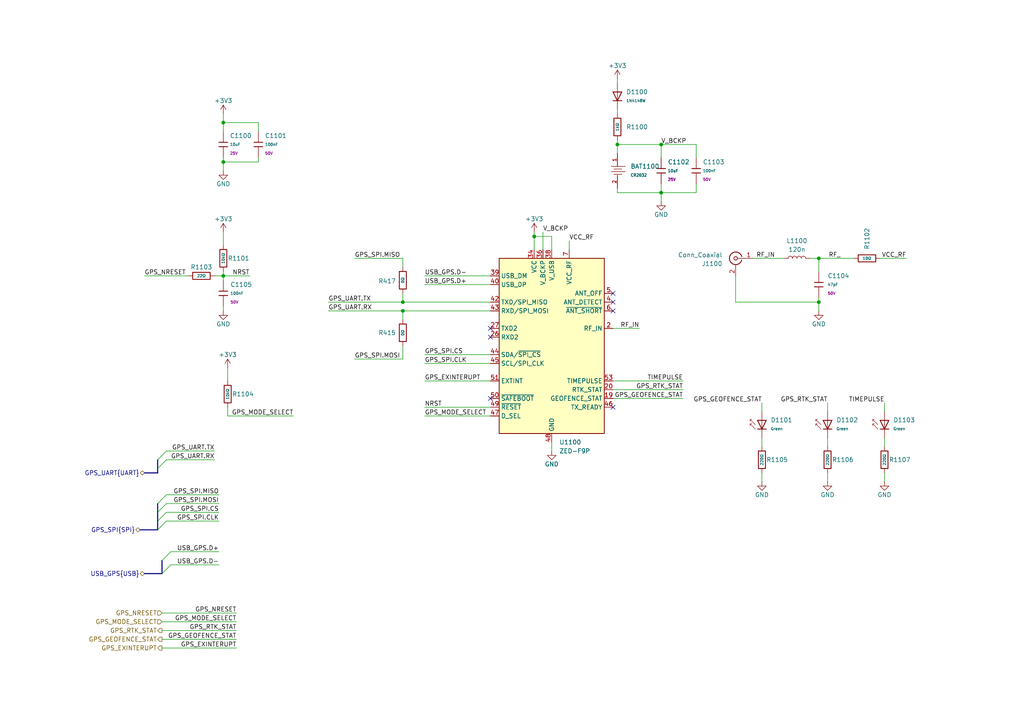
<source format=kicad_sch>
(kicad_sch (version 20250114) (generator "eeschema") (generator_version "9.0")
  (paper "A4")
  (title_block (title "ModuCard nav module") (date "2025-04-20") (rev "2.0") (comment 1 "Base project authors: Dominik Pluta, Artem Horiunov") (comment 2 "Project author: Patryk Dudziński"))
  (lib_symbols
    (symbol "0402,100nF,(2)_1" (pin_numbers (hide yes)) (pin_names (offset 0))
      (property "Reference" "C" (at 2.032 1.668 0))
      (property "Value" "100nF" (at 2.032 -0.3782 0))
      (property "Voltage Rated" "50V" (at 2.032 -2.0462 0))
      (symbol "0402,100nF,(2)_1_1_1"
        (pin passive line (at 0 3.81 270) (length 3.175) (name "~") (number "1"))
        (pin passive line (at 0 -3.81 90) (length 3.175) (name "~") (number "2"))
      )
    )
    (symbol "Connector:Conn_Coaxial" (pin_names (offset 1.016) (hide yes))
      (property "Reference" "J" (at 0.254 3.048 0))
      (property "Value" "Conn_Coaxial" (at 2.921 0 90))
      (symbol "Conn_Coaxial_1_1"
        (pin passive line (at -5.08 0 0) (length 2.54) (name "In") (number "1"))
        (pin passive line (at 0 -5.08 90) (length 2.54) (name "Ext") (number "2"))
      )
    )
    (symbol "Device:L" (pin_numbers (hide yes)) (pin_names (offset 1.016) (hide yes))
      (property "Reference" "L" (at -1.27 0 90))
      (property "Value" "L" (at 1.905 0 90))
      (symbol "L_1_1"
        (pin passive line (at 0 3.81 270) (length 1.27) (name "1") (number "1"))
        (pin passive line (at 0 -3.81 90) (length 1.27) (name "2") (number "2"))
      )
    )
    (symbol "PCM_JLCPCB-Capacitors:0402,100nF,(2)" (pin_numbers (hide yes)) (pin_names (offset 0))
      (property "Reference" "C" (at 2.032 1.668 0))
      (property "Value" "100nF" (at 2.032 -0.3782 0))
      (property "Voltage Rated" "50V" (at 2.032 -2.0462 0))
      (symbol "0402,100nF,(2)_1_1"
        (pin passive line (at 0 3.81 270) (length 3.175) (name "~") (number "1"))
        (pin passive line (at 0 -3.81 90) (length 3.175) (name "~") (number "2"))
      )
    )
    (symbol "PCM_JLCPCB-Capacitors:0402,47pF" (pin_numbers (hide yes)) (pin_names (offset 0))
      (property "Reference" "C" (at 2.032 1.668 0))
      (property "Value" "47pF" (at 2.032 -0.3782 0))
      (property "Voltage Rated" "50V" (at 2.032 -2.0462 0))
      (symbol "0402,47pF_1_1"
        (pin passive line (at 0 3.81 270) (length 3.175) (name "~") (number "1"))
        (pin passive line (at 0 -3.81 90) (length 3.175) (name "~") (number "2"))
      )
    )
    (symbol "PCM_JLCPCB-Capacitors:0603,10uF,(2)" (pin_numbers (hide yes)) (pin_names (offset 0))
      (property "Reference" "C" (at 2.032 1.668 0))
      (property "Value" "10uF" (at 2.032 -0.3782 0))
      (property "Voltage Rated" "25V" (at 2.032 -2.0462 0))
      (symbol "0603,10uF,(2)_1_1"
        (pin passive line (at 0 3.81 270) (length 3.175) (name "~") (number "1"))
        (pin passive line (at 0 -3.81 90) (length 3.175) (name "~") (number "2"))
      )
    )
    (symbol "PCM_JLCPCB-Connectors_Buttons:Battery Holder, CR2032" (pin_names (hide yes))
      (property "Reference" "BAT" (at 0 3.81 0))
      (property "Value" "CR2032" (at 0 -2.54 0))
      (symbol "Battery Holder, CR2032_0_1"
        (pin input line (at -5.08 0 0) (length 3.81) (name "1") (number "1"))
      )
      (symbol "Battery Holder, CR2032_1_1"
        (pin input line (at 5.08 0 180) (length 3.81) (name "2") (number "2"))
      )
    )
    (symbol "PCM_JLCPCB-Diodes:LED,0603,Green" (pin_numbers (hide yes)) (pin_names (offset 0))
      (property "Reference" "D" (at 2.032 0.834 0))
      (property "Value" "Green" (at 2.032 -1.2122 0))
      (symbol "LED,0603,Green_1_1"
        (pin passive line (at 0 3.81 270) (length 3.81) (name "~") (number "2"))
        (pin passive line (at 0 -3.81 90) (length 3.81) (name "~") (number "1"))
      )
    )
    (symbol "PCM_JLCPCB-Diodes:Switching,1N4148W" (pin_numbers (hide yes)) (pin_names (offset 0))
      (property "Reference" "D" (at 2.032 0.834 0))
      (property "Value" "1N4148W" (at 2.032 -1.2122 0))
      (symbol "Switching,1N4148W_1_1"
        (pin passive line (at 0 3.81 270) (length 3.81) (name "~") (number "2"))
        (pin passive line (at 0 -3.81 90) (length 3.81) (name "~") (number "1"))
      )
    )
    (symbol "PCM_JLCPCB-Resistors:0402,0Ω" (pin_numbers (hide yes)) (pin_names (offset 0))
      (property "Reference" "R" (at 1.778 0 0))
      (property "Value" "0Ω" (at 0 0 90))
      (symbol "0402,0Ω_1_1"
        (pin passive line (at 0 3.81 270) (length 1.27) (name "~") (number "1"))
        (pin passive line (at 0 -3.81 90) (length 1.27) (name "~") (number "2"))
      )
    )
    (symbol "PCM_JLCPCB-Resistors:0402,10kΩ" (pin_numbers (hide yes)) (pin_names (offset 0))
      (property "Reference" "R" (at 1.778 0 0))
      (property "Value" "10kΩ" (at 0 0 90))
      (symbol "0402,10kΩ_1_1"
        (pin passive line (at 0 3.81 270) (length 1.27) (name "~") (number "1"))
        (pin passive line (at 0 -3.81 90) (length 1.27) (name "~") (number "2"))
      )
    )
    (symbol "PCM_JLCPCB-Resistors:0402,10Ω" (pin_numbers (hide yes)) (pin_names (offset 0))
      (property "Reference" "R" (at 1.778 0 0))
      (property "Value" "10Ω" (at 0 0 90))
      (symbol "0402,10Ω_1_1"
        (pin passive line (at 0 3.81 270) (length 1.27) (name "~") (number "1"))
        (pin passive line (at 0 -3.81 90) (length 1.27) (name "~") (number "2"))
      )
    )
    (symbol "PCM_JLCPCB-Resistors:0402,1kΩ" (pin_numbers (hide yes)) (pin_names (offset 0))
      (property "Reference" "R" (at 1.778 0 0))
      (property "Value" "1kΩ" (at 0 0 90))
      (symbol "0402,1kΩ_1_1"
        (pin passive line (at 0 3.81 270) (length 1.27) (name "~") (number "1"))
        (pin passive line (at 0 -3.81 90) (length 1.27) (name "~") (number "2"))
      )
    )
    (symbol "PCM_JLCPCB-Resistors:0402,220Ω" (pin_numbers (hide yes)) (pin_names (offset 0))
      (property "Reference" "R" (at 1.778 0 0))
      (property "Value" "220Ω" (at 0 0 90))
      (symbol "0402,220Ω_1_1"
        (pin passive line (at 0 3.81 270) (length 1.27) (name "~") (number "1"))
        (pin passive line (at 0 -3.81 90) (length 1.27) (name "~") (number "2"))
      )
    )
    (symbol "PCM_JLCPCB-Resistors:0402,22Ω" (pin_numbers (hide yes)) (pin_names (offset 0))
      (property "Reference" "R" (at 1.778 0 0))
      (property "Value" "22Ω" (at 0 0 90))
      (symbol "0402,22Ω_1_1"
        (pin passive line (at 0 3.81 270) (length 1.27) (name "~") (number "1"))
        (pin passive line (at 0 -3.81 90) (length 1.27) (name "~") (number "2"))
      )
    )
    (symbol "RF_GPS:ZED-F9P"
      (property "Reference" "U" (at -13.97 26.67 0))
      (property "Value" "ZED-F9P" (at 11.43 26.67 0))
      (symbol "ZED-F9P_1_1"
        (pin bidirectional line (at -17.78 20.32 0) (length 2.54) (name "USB_DM") (number "39"))
        (pin bidirectional line (at -17.78 17.78 0) (length 2.54) (name "USB_DP") (number "40"))
        (pin output line (at -17.78 12.7 0) (length 2.54) (name "TXD/SPI_MISO") (number "42"))
        (pin input line (at -17.78 10.16 0) (length 2.54) (name "RXD/SPI_MOSI") (number "43"))
        (pin output line (at -17.78 5.08 0) (length 2.54) (name "TXD2") (number "27"))
        (pin input line (at -17.78 2.54 0) (length 2.54) (name "RXD2") (number "26"))
        (pin bidirectional line (at -17.78 -2.54 0) (length 2.54) (name "SDA/~{SPI_CS}") (number "44"))
        (pin bidirectional line (at -17.78 -5.08 0) (length 2.54) (name "SCL/SPI_CLK") (number "45"))
        (pin input line (at -17.78 -10.16 0) (length 2.54) (name "EXTINT") (number "51"))
        (pin input line (at -17.78 -15.24 0) (length 2.54) (name "~{SAFEBOOT}") (number "50"))
        (pin input line (at -17.78 -17.78 0) (length 2.54) (name "~{RESET}") (number "49"))
        (pin input line (at -17.78 -20.32 0) (length 2.54) (name "D_SEL") (number "47"))
        (pin no_connect line (at -15.24 22.86 0) (length 2.54) (hide yes) (name "Reserved") (number "8"))
        (pin no_connect line (at -15.24 15.24 0) (length 2.54) (hide yes) (name "Reserved") (number "9"))
        (pin no_connect line (at -15.24 7.62 0) (length 2.54) (hide yes) (name "Reserved") (number "10"))
        (pin no_connect line (at -15.24 0 0) (length 2.54) (hide yes) (name "Reserved") (number "11"))
        (pin no_connect line (at -15.24 -7.62 0) (length 2.54) (hide yes) (name "Reserved") (number "13"))
        (pin no_connect line (at -15.24 -12.7 0) (length 2.54) (hide yes) (name "Reserved") (number "15"))
        (pin no_connect line (at -7.62 -25.4 90) (length 2.54) (hide yes) (name "Reserved") (number "16"))
        (pin passive line (at -5.08 27.94 270) (length 2.54) (hide yes) (name "VCC") (number "33"))
        (pin power_in line (at -5.08 27.94 270) (length 2.54) (name "VCC") (number "34"))
        (pin no_connect line (at -5.08 -25.4 90) (length 2.54) (hide yes) (name "Reserved") (number "17"))
        (pin power_in line (at -2.54 27.94 270) (length 2.54) (name "V_BCKP") (number "36"))
        (pin no_connect line (at -2.54 -25.4 90) (length 2.54) (hide yes) (name "Reserved") (number "18"))
        (pin power_in line (at 0 27.94 270) (length 2.54) (name "V_USB") (number "38"))
        (pin passive line (at 0 -27.94 90) (length 2.54) (hide yes) (name "GND") (number "1"))
        (pin passive line (at 0 -27.94 90) (length 2.54) (hide yes) (name "GND") (number "12"))
        (pin passive line (at 0 -27.94 90) (length 2.54) (hide yes) (name "GND") (number "14"))
        (pin passive line (at 0 -27.94 90) (length 2.54) (hide yes) (name "GND") (number "3"))
        (pin passive line (at 0 -27.94 90) (length 2.54) (hide yes) (name "GND") (number "32"))
        (pin passive line (at 0 -27.94 90) (length 2.54) (hide yes) (name "GND") (number "37"))
        (pin passive line (at 0 -27.94 90) (length 2.54) (hide yes) (name "GND") (number "41"))
        (pin power_in line (at 0 -27.94 90) (length 2.54) (name "GND") (number "48"))
        (pin passive line (at 0 -27.94 90) (length 2.54) (hide yes) (name "GND") (number "55"))
        (pin no_connect line (at 2.54 -25.4 90) (length 2.54) (hide yes) (name "Reserved") (number "21"))
        (pin power_out line (at 5.08 27.94 270) (length 2.54) (name "VCC_RF") (number "7"))
        (pin no_connect line (at 5.08 -25.4 90) (length 2.54) (hide yes) (name "Reserved") (number "22"))
        (pin no_connect line (at 7.62 -25.4 90) (length 2.54) (hide yes) (name "Reserved") (number "23"))
        (pin no_connect line (at 15.24 22.86 180) (length 2.54) (hide yes) (name "Reserved") (number "54"))
        (pin no_connect line (at 15.24 20.32 180) (length 2.54) (hide yes) (name "Reserved") (number "52"))
        (pin no_connect line (at 15.24 17.78 180) (length 2.54) (hide yes) (name "Reserved") (number "35"))
        (pin no_connect line (at 15.24 7.62 180) (length 2.54) (hide yes) (name "Reserved") (number "31"))
        (pin no_connect line (at 15.24 2.54 180) (length 2.54) (hide yes) (name "Reserved") (number "30"))
        (pin no_connect line (at 15.24 0 180) (length 2.54) (hide yes) (name "Reserved") (number "29"))
        (pin no_connect line (at 15.24 -2.54 180) (length 2.54) (hide yes) (name "Reserved") (number "28"))
        (pin no_connect line (at 15.24 -5.08 180) (length 2.54) (hide yes) (name "Reserved") (number "25"))
        (pin no_connect line (at 15.24 -7.62 180) (length 2.54) (hide yes) (name "Reserved") (number "24"))
        (pin output line (at 17.78 15.24 180) (length 2.54) (name "ANT_OFF") (number "5"))
        (pin input line (at 17.78 12.7 180) (length 2.54) (name "ANT_DETECT") (number "4"))
        (pin input line (at 17.78 10.16 180) (length 2.54) (name "~{ANT_SHORT}") (number "6"))
        (pin input line (at 17.78 5.08 180) (length 2.54) (name "RF_IN") (number "2"))
        (pin output line (at 17.78 -10.16 180) (length 2.54) (name "TIMEPULSE") (number "53"))
        (pin output line (at 17.78 -12.7 180) (length 2.54) (name "RTK_STAT") (number "20"))
        (pin output line (at 17.78 -15.24 180) (length 2.54) (name "GEOFENCE_STAT") (number "19"))
        (pin output line (at 17.78 -17.78 180) (length 2.54) (name "TX_READY") (number "46"))
      )
    )
    (symbol "power:+5V" (power) (pin_numbers (hide yes)) (pin_names (offset 0) (hide yes))
      (property "Value" "+5V" (at 0 3.556 0))
      (symbol "+5V_1_1"
        (pin power_in line (at 0 0 90) (length 0) (name "~") (number "1"))
      )
    )
    (symbol "power:GND" (power) (pin_numbers (hide yes)) (pin_names (offset 0) (hide yes))
      (property "Value" "GND" (at 0 -3.81 0))
      (symbol "GND_1_1"
        (pin power_in line (at 0 0 270) (length 0) (name "~") (number "1"))
      )
    )
  )
  (bus_alias "I2C" (members "SCL" "SDA"))
  (bus_alias "SPI" (members "MISO" "MOSI" "CS" "CLK"))
  (bus_alias "UART" (members "TX" "RX"))
  (junction (at 64.77 35.56))
  (junction (at 64.77 46.99))
  (junction (at 116.84 87.63))
  (junction (at 237.49 74.93))
  (junction (at 154.94 68.58))
  (junction (at 64.77 80.01))
  (junction (at 191.77 41.91))
  (junction (at 191.77 55.88))
  (junction (at 237.49 87.63))
  (junction (at 116.84 90.17))
  (junction (at 179.07 41.91))
  (no_connect (at 177.8 87.63))
  (no_connect (at 177.8 85.09))
  (no_connect (at 177.8 90.17))
  (no_connect (at 177.8 118.11))
  (no_connect (at 142.24 97.79))
  (no_connect (at 142.24 95.25))
  (no_connect (at 142.24 115.57))
  (bus_entry (at 45.72 146.05) (size 2.54 -2.54))
  (bus_entry (at 45.72 133.35) (size 2.54 -2.54))
  (bus_entry (at 45.72 153.67) (size 2.54 -2.54))
  (bus_entry (at 46.99 166.37) (size 2.54 -2.54))
  (bus_entry (at 45.72 135.89) (size 2.54 -2.54))
  (bus_entry (at 46.99 162.56) (size 2.54 -2.54))
  (bus_entry (at 45.72 151.13) (size 2.54 -2.54))
  (bus_entry (at 45.72 148.59) (size 2.54 -2.54))
  (wire (pts (xy 234.95 74.93) (xy 237.49 74.93)))
  (wire (pts (xy 191.77 41.91) (xy 201.93 41.91)))
  (wire (pts (xy 95.25 90.17) (xy 116.84 90.17)))
  (wire (pts (xy 64.77 35.56) (xy 64.77 38.1)))
  (wire (pts (xy 237.49 87.63) (xy 237.49 90.17)))
  (wire (pts (xy 46.99 180.34) (xy 68.58 180.34)))
  (wire (pts (xy 46.99 177.8) (xy 68.58 177.8)))
  (wire (pts (xy 160.02 72.39) (xy 160.02 68.58)))
  (wire (pts (xy 48.26 148.59) (xy 63.5 148.59)))
  (wire (pts (xy 62.23 80.01) (xy 64.77 80.01)))
  (wire (pts (xy 116.84 85.09) (xy 116.84 87.63)))
  (wire (pts (xy 179.07 22.86) (xy 179.07 24.13)))
  (wire (pts (xy 179.07 40.64) (xy 179.07 41.91)))
  (wire (pts (xy 66.04 120.65) (xy 66.04 118.11)))
  (wire (pts (xy 256.54 116.84) (xy 256.54 119.38)))
  (wire (pts (xy 123.19 80.01) (xy 142.24 80.01)))
  (wire (pts (xy 237.49 74.93) (xy 247.65 74.93)))
  (wire (pts (xy 85.09 120.65) (xy 66.04 120.65)))
  (bus (pts (xy 45.72 133.35) (xy 45.72 135.89)))
  (wire (pts (xy 64.77 80.01) (xy 72.39 80.01)))
  (bus (pts (xy 45.72 151.13) (xy 45.72 153.67)))
  (wire (pts (xy 179.07 55.88) (xy 191.77 55.88)))
  (wire (pts (xy 64.77 88.9) (xy 64.77 90.17)))
  (wire (pts (xy 201.93 45.72) (xy 201.93 41.91)))
  (wire (pts (xy 46.99 182.88) (xy 68.58 182.88)))
  (bus (pts (xy 41.91 137.16) (xy 45.72 137.16)))
  (wire (pts (xy 46.99 187.96) (xy 68.58 187.96)))
  (wire (pts (xy 218.44 74.93) (xy 227.33 74.93)))
  (wire (pts (xy 64.77 67.31) (xy 64.77 71.12)))
  (bus (pts (xy 40.64 153.67) (xy 45.72 153.67)))
  (wire (pts (xy 179.07 41.91) (xy 191.77 41.91)))
  (wire (pts (xy 123.19 110.49) (xy 142.24 110.49)))
  (wire (pts (xy 154.94 68.58) (xy 154.94 72.39)))
  (wire (pts (xy 66.04 106.68) (xy 66.04 110.49)))
  (wire (pts (xy 179.07 31.75) (xy 179.07 33.02)))
  (wire (pts (xy 198.12 110.49) (xy 177.8 110.49)))
  (wire (pts (xy 160.02 128.27) (xy 160.02 130.81)))
  (wire (pts (xy 185.42 95.25) (xy 177.8 95.25)))
  (wire (pts (xy 64.77 80.01) (xy 64.77 81.28)))
  (wire (pts (xy 198.12 113.03) (xy 177.8 113.03)))
  (wire (pts (xy 220.98 127) (xy 220.98 129.54)))
  (wire (pts (xy 179.07 41.91) (xy 179.07 44.45)))
  (wire (pts (xy 154.94 67.31) (xy 154.94 68.58)))
  (wire (pts (xy 198.12 115.57) (xy 177.8 115.57)))
  (wire (pts (xy 46.99 185.42) (xy 68.58 185.42)))
  (wire (pts (xy 237.49 78.74) (xy 237.49 74.93)))
  (wire (pts (xy 41.91 80.01) (xy 54.61 80.01)))
  (wire (pts (xy 48.26 151.13) (xy 63.5 151.13)))
  (wire (pts (xy 201.93 53.34) (xy 201.93 55.88)))
  (wire (pts (xy 64.77 45.72) (xy 64.77 46.99)))
  (wire (pts (xy 64.77 46.99) (xy 64.77 49.53)))
  (wire (pts (xy 116.84 87.63) (xy 142.24 87.63)))
  (bus (pts (xy 45.72 135.89) (xy 45.72 137.16)))
  (wire (pts (xy 116.84 100.33) (xy 116.84 104.14)))
  (wire (pts (xy 191.77 41.91) (xy 191.77 45.72)))
  (wire (pts (xy 74.93 45.72) (xy 74.93 46.99)))
  (wire (pts (xy 102.87 74.93) (xy 116.84 74.93)))
  (wire (pts (xy 123.19 118.11) (xy 142.24 118.11)))
  (wire (pts (xy 213.36 80.01) (xy 213.36 87.63)))
  (wire (pts (xy 64.77 46.99) (xy 74.93 46.99)))
  (wire (pts (xy 191.77 53.34) (xy 191.77 55.88)))
  (wire (pts (xy 240.03 127) (xy 240.03 129.54)))
  (wire (pts (xy 48.26 130.81) (xy 62.23 130.81)))
  (wire (pts (xy 102.87 104.14) (xy 116.84 104.14)))
  (wire (pts (xy 49.53 160.02) (xy 63.5 160.02)))
  (wire (pts (xy 191.77 55.88) (xy 191.77 58.42)))
  (wire (pts (xy 64.77 33.02) (xy 64.77 35.56)))
  (wire (pts (xy 191.77 55.88) (xy 201.93 55.88)))
  (bus (pts (xy 45.72 148.59) (xy 45.72 151.13)))
  (wire (pts (xy 165.1 69.85) (xy 165.1 72.39)))
  (wire (pts (xy 213.36 87.63) (xy 237.49 87.63)))
  (bus (pts (xy 46.99 162.56) (xy 46.99 166.37)))
  (wire (pts (xy 48.26 133.35) (xy 62.23 133.35)))
  (wire (pts (xy 256.54 137.16) (xy 256.54 139.7)))
  (wire (pts (xy 74.93 35.56) (xy 74.93 38.1)))
  (wire (pts (xy 255.27 74.93) (xy 262.89 74.93)))
  (bus (pts (xy 45.72 146.05) (xy 45.72 148.59)))
  (wire (pts (xy 116.84 92.71) (xy 116.84 90.17)))
  (wire (pts (xy 220.98 116.84) (xy 220.98 119.38)))
  (wire (pts (xy 64.77 78.74) (xy 64.77 80.01)))
  (bus (pts (xy 41.91 166.37) (xy 46.99 166.37)))
  (wire (pts (xy 123.19 82.55) (xy 142.24 82.55)))
  (wire (pts (xy 237.49 86.36) (xy 237.49 87.63)))
  (wire (pts (xy 157.48 67.31) (xy 157.48 72.39)))
  (wire (pts (xy 179.07 55.88) (xy 179.07 54.61)))
  (wire (pts (xy 48.26 143.51) (xy 63.5 143.51)))
  (wire (pts (xy 116.84 74.93) (xy 116.84 77.47)))
  (wire (pts (xy 240.03 116.84) (xy 240.03 119.38)))
  (wire (pts (xy 48.26 146.05) (xy 63.5 146.05)))
  (wire (pts (xy 160.02 68.58) (xy 154.94 68.58)))
  (wire (pts (xy 49.53 163.83) (xy 63.5 163.83)))
  (wire (pts (xy 74.93 35.56) (xy 64.77 35.56)))
  (wire (pts (xy 220.98 137.16) (xy 220.98 139.7)))
  (wire (pts (xy 116.84 90.17) (xy 142.24 90.17)))
  (wire (pts (xy 256.54 127) (xy 256.54 129.54)))
  (wire (pts (xy 123.19 120.65) (xy 142.24 120.65)))
  (wire (pts (xy 95.25 87.63) (xy 116.84 87.63)))
  (wire (pts (xy 123.19 102.87) (xy 142.24 102.87)))
  (wire (pts (xy 123.19 105.41) (xy 142.24 105.41)))
  (wire (pts (xy 240.03 137.16) (xy 240.03 139.7)))
  (label "GPS_GEOFENCE_STAT" (at 198.12 115.57 180))
  (label "V_BCKP" (at 191.77 41.91 0))
  (label "GPS_UART.TX" (at 62.23 130.81 180))
  (label "GPS_NRESET" (at 41.91 80.01 0))
  (label "GPS_UART.TX" (at 95.25 87.63 0))
  (label "NRST" (at 123.19 118.11 0))
  (label "GPS_GEOFENCE_STAT" (at 220.98 116.84 180))
  (label "GPS_NRESET" (at 68.58 177.8 180))
  (label "GPS_GEOFENCE_STAT" (at 68.58 185.42 180))
  (label "GPS_SPI.CLK" (at 123.19 105.41 0))
  (label "USB_GPS.D+" (at 123.19 82.55 0))
  (label "GPS_EXINTERUPT" (at 68.58 187.96 180))
  (label "USB_GPS.D-" (at 123.19 80.01 0))
  (label "GPS_MODE_SELECT" (at 68.58 180.34 180))
  (label "GPS_SPI.CS" (at 123.19 102.87 0))
  (label "GPS_RTK_STAT" (at 68.58 182.88 180))
  (label "TIMEPULSE" (at 256.54 116.84 180))
  (label "USB_GPS.D-" (at 63.5 163.83 180))
  (label "RF_IN" (at 224.79 74.93 180))
  (label "GPS_UART.RX" (at 95.25 90.17 0))
  (label "GPS_MODE_SELECT" (at 85.09 120.65 180))
  (label "TIMEPULSE" (at 198.12 110.49 180))
  (label "GPS_EXINTERUPT" (at 123.19 110.49 0))
  (label "USB_GPS.D+" (at 63.5 160.02 180))
  (label "GPS_SPI.CS" (at 63.5 148.59 180))
  (label "GPS_SPI.MOSI" (at 63.5 146.05 180))
  (label "GPS_SPI.CLK" (at 63.5 151.13 180))
  (label "V_BCKP" (at 157.48 67.31 0))
  (label "GPS_SPI.MOSI" (at 102.87 104.14 0))
  (label "RF_" (at 243.84 74.93 180))
  (label "GPS_SPI.MISO" (at 63.5 143.51 180))
  (label "VCC_RF" (at 165.1 69.85 0))
  (label "GPS_SPI.MISO" (at 102.87 74.93 0))
  (label "GPS_RTK_STAT" (at 240.03 116.84 180))
  (label "GPS_UART.RX" (at 62.23 133.35 180))
  (label "GPS_RTK_STAT" (at 198.12 113.03 180))
  (label "RF_IN" (at 185.42 95.25 180))
  (label "VCC_RF" (at 262.89 74.93 180))
  (label "GPS_MODE_SELECT" (at 123.19 120.65 0))
  (label "NRST" (at 72.39 80.01 180))
  (hierarchical_label "GPS_SPI{SPI}" (shape bidirectional) (at 40.64 153.67 180))
  (hierarchical_label "GPS_UART{UART}" (shape bidirectional) (at 41.91 137.16 180))
  (hierarchical_label "USB_GPS{USB}" (shape bidirectional) (at 41.91 166.37 180))
  (hierarchical_label "GPS_GEOFENCE_STAT" (shape output) (at 46.99 185.42 180))
  (hierarchical_label "GPS_NRESET" (shape input) (at 46.99 177.8 180))
  (hierarchical_label "GPS_MODE_SELECT" (shape input) (at 46.99 180.34 180))
  (hierarchical_label "GPS_RTK_STAT" (shape output) (at 46.99 182.88 180))
  (hierarchical_label "GPS_EXINTERUPT" (shape output) (at 46.99 187.96 180))
  (symbol (lib_id "power:GND") (at 220.98 139.7 0) (unit 1)
    (property "Reference" "#PWR01110" (effects (hide yes)))
    (property "Value" "GND" (at 220.98 143.51 0))
    (property "Description" "Power symbol creates a global label with name \"GND\" , ground" (effects (hide yes)))
  )
  (symbol (lib_id "PCM_JLCPCB-Capacitors:0603,10uF,(2)") (at 64.77 41.91 0) (unit 1)
    (property "Reference" "C1100" (at 66.675 39.37 0) (effects (justify left)))
    (property "Value" "10uF" (at 66.675 41.9101 0) (effects (font (size 0.8 0.8)) (justify left)))
    (property "Footprint" "PCM_JLCPCB:C_0603" (effects (hide yes)))
    (property "Datasheet" "https://www.lcsc.com/datasheet/lcsc_datasheet_2304140030_Samsung-Electro-Mechanics-CL10A106MA8NRNC_C96446.pdf" (effects (hide yes)))
    (property "Description" "25V 10uF X5R ±20% 0603 Multilayer Ceramic Capacitors MLCC - SMD/SMT ROHS" (effects (hide yes)))
    (property "LCSC" "C96446" (effects (hide yes)))
    (property "Stock" "4293394" (effects (hide yes)))
    (property "Price" "0.017USD" (effects (hide yes)))
    (property "Process" "SMT" (effects (hide yes)))
    (property "Minimum Qty" "20" (effects (hide yes)))
    (property "Attrition Qty" "8" (effects (hide yes)))
    (property "Class" "Basic Component" (effects (hide yes)))
    (property "Category" "Capacitors,Multilayer Ceramic Capacitors MLCC - SMD/SMT" (effects (hide yes)))
    (property "Manufacturer" "Samsung Electro-Mechanics" (effects (hide yes)))
    (property "Part" "CL10A106MA8NRNC" (effects (hide yes)))
    (property "Voltage Rated" "25V" (at 66.675 44.4501 0) (effects (font (size 0.8 0.8)) (justify left)))
    (property "Tolerance" "±20%" (effects (hide yes)))
    (property "Capacitance" "10uF" (effects (hide yes)))
    (property "Temperature Coefficient" "X5R" (effects (hide yes)))
  )
  (symbol (lib_id "PCM_JLCPCB-Resistors:0402,10Ω") (at 251.46 74.93 90) (unit 1)
    (property "Reference" "R1102" (at 251.4599 72.39 0) (effects (justify left)))
    (property "Value" "10Ω" (at 251.46 74.93 90) (effects (font (size 0.8 0.8))))
    (property "Footprint" "PCM_JLCPCB:R_0402" (effects (hide yes)))
    (property "Datasheet" "https://www.lcsc.com/datasheet/lcsc_datasheet_2205311900_UNI-ROYAL-Uniroyal-Elec-0402WGF100JTCE_C25077.pdf" (effects (hide yes)))
    (property "Description" "62.5mW Thick Film Resistors 50V ±1% ±200ppm/°C 10Ω 0402 Chip Resistor - Surface Mount ROHS" (effects (hide yes)))
    (property "LCSC" "C25077" (effects (hide yes)))
    (property "Stock" "2241750" (effects (hide yes)))
    (property "Price" "0.004USD" (effects (hide yes)))
    (property "Process" "SMT" (effects (hide yes)))
    (property "Minimum Qty" "20" (effects (hide yes)))
    (property "Attrition Qty" "10" (effects (hide yes)))
    (property "Class" "Basic Component" (effects (hide yes)))
    (property "Category" "Resistors,Chip Resistor - Surface Mount" (effects (hide yes)))
    (property "Manufacturer" "UNI-ROYAL(Uniroyal Elec)" (effects (hide yes)))
    (property "Part" "0402WGF100JTCE" (effects (hide yes)))
    (property "Resistance" "10Ω" (effects (hide yes)))
    (property "Power(Watts)" "62.5mW" (effects (hide yes)))
    (property "Type" "Thick Film Resistors" (effects (hide yes)))
    (property "Overload Voltage (Max)" "50V" (effects (hide yes)))
    (property "Operating Temperature Range" "-55°C~+155°C" (effects (hide yes)))
    (property "Tolerance" "±1%" (effects (hide yes)))
    (property "Temperature Coefficient" "±200ppm/°C" (effects (hide yes)))
  )
  (symbol (lib_id "power:GND") (at 64.77 49.53 0) (unit 1)
    (property "Reference" "#PWR01102" (effects (hide yes)))
    (property "Value" "GND" (at 64.77 53.34 0))
    (property "Description" "Power symbol creates a global label with name \"GND\" , ground" (effects (hide yes)))
  )
  (symbol (lib_name "0402,100nF,(2)_1") (lib_id "PCM_JLCPCB-Capacitors:0402,100nF,(2)") (at 64.77 85.09 0) (unit 1)
    (property "Reference" "C1105" (at 66.802 82.55 0) (effects (justify left)))
    (property "Value" "100nF" (at 66.802 85.0901 0) (effects (font (size 0.8 0.8)) (justify left)))
    (property "Footprint" "PCM_JLCPCB:C_0402" (effects (hide yes)))
    (property "Datasheet" "https://www.lcsc.com/datasheet/lcsc_datasheet_2304140030_Samsung-Electro-Mechanics-CL05B104KB54PNC_C307331.pdf" (effects (hide yes)))
    (property "Description" "50V 100nF X7R ±10% 0402 Multilayer Ceramic Capacitors MLCC - SMD/SMT ROHS" (effects (hide yes)))
    (property "LCSC" "C307331" (effects (hide yes)))
    (property "Stock" "3851753" (effects (hide yes)))
    (property "Price" "0.008USD" (effects (hide yes)))
    (property "Process" "SMT" (effects (hide yes)))
    (property "Minimum Qty" "20" (effects (hide yes)))
    (property "Attrition Qty" "10" (effects (hide yes)))
    (property "Class" "Basic Component" (effects (hide yes)))
    (property "Category" "Capacitors,Multilayer Ceramic Capacitors MLCC - SMD/SMT" (effects (hide yes)))
    (property "Manufacturer" "Samsung Electro-Mechanics" (effects (hide yes)))
    (property "Part" "CL05B104KB54PNC" (effects (hide yes)))
    (property "Voltage Rated" "50V" (at 66.802 87.6301 0) (effects (font (size 0.8 0.8)) (justify left)))
    (property "Tolerance" "±10%" (effects (hide yes)))
    (property "Capacitance" "100nF" (effects (hide yes)))
    (property "Temperature Coefficient" "X7R" (effects (hide yes)))
  )
  (symbol (lib_id "PCM_JLCPCB-Resistors:0402,0Ω") (at 116.84 96.52 0) (unit 1)
    (property "Reference" "R415" (at 109.728 96.52 0) (effects (justify left)))
    (property "Value" "0Ω" (at 116.84 96.52 90) (effects (font (size 0.8 0.8))))
    (property "Footprint" "PCM_JLCPCB:R_0402" (effects (hide yes)))
    (property "Datasheet" "https://www.lcsc.com/datasheet/lcsc_datasheet_2206010216_UNI-ROYAL-Uniroyal-Elec-0402WGF0000TCE_C17168.pdf" (effects (hide yes)))
    (property "Description" "62.5mW Thick Film Resistors 50V ±800ppm/°C ±1% 0Ω 0402 Chip Resistor - Surface Mount ROHS" (effects (hide yes)))
    (property "LCSC" "C17168" (effects (hide yes)))
    (property "Stock" "3798123" (effects (hide yes)))
    (property "Price" "0.004USD" (effects (hide yes)))
    (property "Process" "SMT" (effects (hide yes)))
    (property "Minimum Qty" "20" (effects (hide yes)))
    (property "Attrition Qty" "10" (effects (hide yes)))
    (property "Class" "Basic Component" (effects (hide yes)))
    (property "Category" "Resistors,Chip Resistor - Surface Mount" (effects (hide yes)))
    (property "Manufacturer" "UNI-ROYAL(Uniroyal Elec)" (effects (hide yes)))
    (property "Part" "0402WGF0000TCE" (effects (hide yes)))
    (property "Resistance" "0Ω" (effects (hide yes)))
    (property "Power(Watts)" "62.5mW" (effects (hide yes)))
    (property "Type" "Thick Film Resistors" (effects (hide yes)))
    (property "Overload Voltage (Max)" "50V" (effects (hide yes)))
    (property "Operating Temperature Range" "-55°C~+155°C" (effects (hide yes)))
    (property "Tolerance" "±1%" (effects (hide yes)))
    (property "Temperature Coefficient" "±800ppm/°C" (effects (hide yes)))
  )
  (symbol (lib_id "PCM_JLCPCB-Diodes:LED,0603,Green") (at 240.03 123.19 0) (unit 1)
    (property "Reference" "D1102" (at 242.57 121.8246 0) (effects (justify left)))
    (property "Value" "Green" (at 242.57 124.3647 0) (effects (font (size 0.8 0.8)) (justify left)))
    (property "Footprint" "PCM_JLCPCB:D_0603" (effects (hide yes)))
    (property "Datasheet" "https://wmsc.lcsc.com/wmsc/upload/file/pdf/v2/lcsc/2207051802_Everlight-Elec-19-217-GHC-YR1S2-6T_C2986059.pdf" (effects (hide yes)))
    (property "Description" "0603 LED Indication - Discrete ROHS" (effects (hide yes)))
    (property "LCSC" "C2986059" (effects (hide yes)))
    (property "Stock" "276928" (effects (hide yes)))
    (property "Price" "0.021USD" (effects (hide yes)))
    (property "Process" "SMT" (effects (hide yes)))
    (property "Minimum Qty" "20" (effects (hide yes)))
    (property "Attrition Qty" "8" (effects (hide yes)))
    (property "Class" "Preferred Component" (effects (hide yes)))
    (property "Category" "Optocoupler/LED/Digital Tube/Photoelectric Device,Light Emitting Diodes (LED)" (effects (hide yes)))
    (property "Manufacturer" "Everlight Elec" (effects (hide yes)))
    (property "Part" "19-217/GHC-YR1S2/6T" (effects (hide yes)))
  )
  (symbol (lib_id "power:+5V") (at 179.07 22.86 0) (unit 1)
    (property "Reference" "#PWR01100" (effects (hide yes)))
    (property "Value" "+3V3" (at 179.07 19.05 0))
    (property "Description" "Power symbol creates a global label with name \"+5V\"" (effects (hide yes)))
  )
  (symbol (lib_id "PCM_JLCPCB-Connectors_Buttons:Battery Holder, CR2032") (at 179.07 49.53 270) (unit 1)
    (property "Reference" "BAT1100" (at 182.88 48.2599 90) (effects (justify left)))
    (property "Value" "CR2032" (at 182.88 50.8 90) (effects (font (size 0.8 0.8)) (justify left)))
    (property "Footprint" "Battery:BatteryHolder_Keystone_1060_1x2032" (effects (hide yes)))
    (property "Datasheet" "https://wmsc.lcsc.com/wmsc/upload/file/pdf/v2/lcsc/2203021630_MYOUNG-BS-07-A1BJ001_C2979167.pdf" (effects (hide yes)))
    (property "Description" "-25°C~+85°C CR2032 Plugin Button And Strip Battery Connector ROHS" (effects (hide yes)))
    (property "LCSC" "C2979167" (effects (hide yes)))
    (property "Stock" "4554" (effects (hide yes)))
    (property "Price" "0.293USD" (effects (hide yes)))
    (property "Process" "Hand-Soldered" (effects (hide yes)))
    (property "Minimum Qty" "2" (effects (hide yes)))
    (property "Attrition Qty" "0" (effects (hide yes)))
    (property "Class" "Preferred Component" (effects (hide yes)))
    (property "Category" "Connectors,Button And Strip Battery Connector" (effects (hide yes)))
    (property "Manufacturer" "MYOUNG" (effects (hide yes)))
    (property "Part" "BS-07-A1BJ001" (effects (hide yes)))
  )
  (symbol (lib_id "PCM_JLCPCB-Diodes:Switching,1N4148W") (at 179.07 27.94 0) (unit 1)
    (property "Reference" "D1100" (at 181.61 26.6699 0) (effects (justify left)))
    (property "Value" "1N4148W" (at 181.61 29.21 0) (effects (font (size 0.8 0.8)) (justify left)))
    (property "Footprint" "PCM_JLCPCB:D_SOD-123" (effects (hide yes)))
    (property "Datasheet" "https://www.lcsc.com/datasheet/lcsc_datasheet_1811061725_ST-Semtech-1N4148W_C81598.pdf" (effects (hide yes)))
    (property "Description" "75V Independent Type 1V@50mA 4ns 150mA SOD-123 Switching Diodes ROHS" (effects (hide yes)))
    (property "LCSC" "C81598" (effects (hide yes)))
    (property "Stock" "1757949" (effects (hide yes)))
    (property "Price" "0.014USD" (effects (hide yes)))
    (property "Process" "SMT" (effects (hide yes)))
    (property "Minimum Qty" "20" (effects (hide yes)))
    (property "Attrition Qty" "10" (effects (hide yes)))
    (property "Class" "Basic Component" (effects (hide yes)))
    (property "Category" "Diodes,Switching Diode" (effects (hide yes)))
    (property "Manufacturer" "ST(Semtech)" (effects (hide yes)))
    (property "Part" "1N4148W" (effects (hide yes)))
    (property "Rectified Current" "150mA" (effects (hide yes)))
    (property "Forward Voltage (Vf@If)" "1V@50mA" (effects (hide yes)))
    (property "Reverse Voltage (Vr)" "75V" (effects (hide yes)))
    (property "Reverse Recovery Time (trr)" "4ns" (effects (hide yes)))
    (property "Diode Configuration" "Independent Type" (effects (hide yes)))
    (property "Reverse Leakage Current" "1uA@75V" (effects (hide yes)))
  )
  (symbol (lib_id "PCM_JLCPCB-Resistors:0402,0Ω") (at 116.84 81.28 0) (unit 1)
    (property "Reference" "R417" (at 109.728 81.534 0) (effects (justify left)))
    (property "Value" "0Ω" (at 116.84 81.28 90) (effects (font (size 0.8 0.8))))
    (property "Footprint" "PCM_JLCPCB:R_0402" (effects (hide yes)))
    (property "Datasheet" "https://www.lcsc.com/datasheet/lcsc_datasheet_2206010216_UNI-ROYAL-Uniroyal-Elec-0402WGF0000TCE_C17168.pdf" (effects (hide yes)))
    (property "Description" "62.5mW Thick Film Resistors 50V ±800ppm/°C ±1% 0Ω 0402 Chip Resistor - Surface Mount ROHS" (effects (hide yes)))
    (property "LCSC" "C17168" (effects (hide yes)))
    (property "Stock" "3798123" (effects (hide yes)))
    (property "Price" "0.004USD" (effects (hide yes)))
    (property "Process" "SMT" (effects (hide yes)))
    (property "Minimum Qty" "20" (effects (hide yes)))
    (property "Attrition Qty" "10" (effects (hide yes)))
    (property "Class" "Basic Component" (effects (hide yes)))
    (property "Category" "Resistors,Chip Resistor - Surface Mount" (effects (hide yes)))
    (property "Manufacturer" "UNI-ROYAL(Uniroyal Elec)" (effects (hide yes)))
    (property "Part" "0402WGF0000TCE" (effects (hide yes)))
    (property "Resistance" "0Ω" (effects (hide yes)))
    (property "Power(Watts)" "62.5mW" (effects (hide yes)))
    (property "Type" "Thick Film Resistors" (effects (hide yes)))
    (property "Overload Voltage (Max)" "50V" (effects (hide yes)))
    (property "Operating Temperature Range" "-55°C~+155°C" (effects (hide yes)))
    (property "Tolerance" "±1%" (effects (hide yes)))
    (property "Temperature Coefficient" "±800ppm/°C" (effects (hide yes)))
  )
  (symbol (lib_id "PCM_JLCPCB-Capacitors:0603,10uF,(2)") (at 191.77 49.53 0) (unit 1)
    (property "Reference" "C1102" (at 193.675 46.99 0) (effects (justify left)))
    (property "Value" "10uF" (at 193.675 49.5301 0) (effects (font (size 0.8 0.8)) (justify left)))
    (property "Footprint" "PCM_JLCPCB:C_0603" (effects (hide yes)))
    (property "Datasheet" "https://www.lcsc.com/datasheet/lcsc_datasheet_2304140030_Samsung-Electro-Mechanics-CL10A106MA8NRNC_C96446.pdf" (effects (hide yes)))
    (property "Description" "25V 10uF X5R ±20% 0603 Multilayer Ceramic Capacitors MLCC - SMD/SMT ROHS" (effects (hide yes)))
    (property "LCSC" "C96446" (effects (hide yes)))
    (property "Stock" "4293394" (effects (hide yes)))
    (property "Price" "0.017USD" (effects (hide yes)))
    (property "Process" "SMT" (effects (hide yes)))
    (property "Minimum Qty" "20" (effects (hide yes)))
    (property "Attrition Qty" "8" (effects (hide yes)))
    (property "Class" "Basic Component" (effects (hide yes)))
    (property "Category" "Capacitors,Multilayer Ceramic Capacitors MLCC - SMD/SMT" (effects (hide yes)))
    (property "Manufacturer" "Samsung Electro-Mechanics" (effects (hide yes)))
    (property "Part" "CL10A106MA8NRNC" (effects (hide yes)))
    (property "Voltage Rated" "25V" (at 193.675 52.0701 0) (effects (font (size 0.8 0.8)) (justify left)))
    (property "Tolerance" "±20%" (effects (hide yes)))
    (property "Capacitance" "10uF" (effects (hide yes)))
    (property "Temperature Coefficient" "X5R" (effects (hide yes)))
  )
  (symbol (lib_id "RF_GPS:ZED-F9P") (at 160.02 100.33 0) (unit 1)
    (property "Reference" "U1100" (at 162.2141 128.27 0) (effects (justify left)))
    (property "Value" "ZED-F9P" (at 162.2141 130.81 0) (effects (justify left)))
    (property "Footprint" "RF_GPS:ublox_ZED" (effects (hide yes)))
    (property "Datasheet" "https://content.u-blox.com/sites/default/files/ZED-F9P-04B_DataSheet_UBX-21044850.pdf" (effects (hide yes)))
    (property "Description" "GNSS Module ZED F9, VCC 2.7V to 3.6V, LGA-54" (effects (hide yes)))
  )
  (symbol (lib_id "PCM_JLCPCB-Resistors:0402,22Ω") (at 58.42 80.01 90) (unit 1)
    (property "Reference" "R1103" (at 58.42 77.47 90))
    (property "Value" "22Ω" (at 58.42 80.01 90) (effects (font (size 0.8 0.8))))
    (property "Footprint" "PCM_JLCPCB:R_0402" (effects (hide yes)))
    (property "Datasheet" "https://www.lcsc.com/datasheet/lcsc_datasheet_2205311900_UNI-ROYAL-Uniroyal-Elec-0402WGF220JTCE_C25092.pdf" (effects (hide yes)))
    (property "Description" "62.5mW Thick Film Resistors 50V ±1% ±100ppm/°C 22Ω 0402 Chip Resistor - Surface Mount ROHS" (effects (hide yes)))
    (property "LCSC" "C25092" (effects (hide yes)))
    (property "Stock" "2545567" (effects (hide yes)))
    (property "Price" "0.004USD" (effects (hide yes)))
    (property "Process" "SMT" (effects (hide yes)))
    (property "Minimum Qty" "20" (effects (hide yes)))
    (property "Attrition Qty" "10" (effects (hide yes)))
    (property "Class" "Basic Component" (effects (hide yes)))
    (property "Category" "Resistors,Chip Resistor - Surface Mount" (effects (hide yes)))
    (property "Manufacturer" "UNI-ROYAL(Uniroyal Elec)" (effects (hide yes)))
    (property "Part" "0402WGF220JTCE" (effects (hide yes)))
    (property "Resistance" "22Ω" (effects (hide yes)))
    (property "Power(Watts)" "62.5mW" (effects (hide yes)))
    (property "Type" "Thick Film Resistors" (effects (hide yes)))
    (property "Overload Voltage (Max)" "50V" (effects (hide yes)))
    (property "Operating Temperature Range" "-55°C~+155°C" (effects (hide yes)))
    (property "Tolerance" "±1%" (effects (hide yes)))
    (property "Temperature Coefficient" "±100ppm/°C" (effects (hide yes)))
  )
  (symbol (lib_id "power:GND") (at 256.54 139.7 0) (unit 1)
    (property "Reference" "#PWR01112" (effects (hide yes)))
    (property "Value" "GND" (at 256.54 143.51 0))
    (property "Description" "Power symbol creates a global label with name \"GND\" , ground" (effects (hide yes)))
  )
  (symbol (lib_id "PCM_JLCPCB-Resistors:0402,220Ω") (at 240.03 133.35 0) (unit 1)
    (property "Reference" "R1106" (at 241.3 133.35 0) (effects (justify left)))
    (property "Value" "220Ω" (at 240.03 133.35 90) (effects (font (size 0.8 0.8))))
    (property "Footprint" "PCM_JLCPCB:R_0402" (effects (hide yes)))
    (property "Datasheet" "https://www.lcsc.com/datasheet/lcsc_datasheet_2205311900_UNI-ROYAL-Uniroyal-Elec-0402WGF2200TCE_C25091.pdf" (effects (hide yes)))
    (property "Description" "62.5mW Thick Film Resistors 50V ±100ppm/°C ±1% 220Ω 0402 Chip Resistor - Surface Mount ROHS" (effects (hide yes)))
    (property "LCSC" "C25091" (effects (hide yes)))
    (property "Stock" "735848" (effects (hide yes)))
    (property "Price" "0.004USD" (effects (hide yes)))
    (property "Process" "SMT" (effects (hide yes)))
    (property "Minimum Qty" "20" (effects (hide yes)))
    (property "Attrition Qty" "10" (effects (hide yes)))
    (property "Class" "Basic Component" (effects (hide yes)))
    (property "Category" "Resistors,Chip Resistor - Surface Mount" (effects (hide yes)))
    (property "Manufacturer" "UNI-ROYAL(Uniroyal Elec)" (effects (hide yes)))
    (property "Part" "0402WGF2200TCE" (effects (hide yes)))
    (property "Resistance" "220Ω" (effects (hide yes)))
    (property "Power(Watts)" "62.5mW" (effects (hide yes)))
    (property "Type" "Thick Film Resistors" (effects (hide yes)))
    (property "Overload Voltage (Max)" "50V" (effects (hide yes)))
    (property "Operating Temperature Range" "-55°C~+155°C" (effects (hide yes)))
    (property "Tolerance" "±1%" (effects (hide yes)))
    (property "Temperature Coefficient" "±100ppm/°C" (effects (hide yes)))
  )
  (symbol (lib_id "power:GND") (at 240.03 139.7 0) (unit 1)
    (property "Reference" "#PWR01111" (effects (hide yes)))
    (property "Value" "GND" (at 240.03 143.51 0))
    (property "Description" "Power symbol creates a global label with name \"GND\" , ground" (effects (hide yes)))
  )
  (symbol (lib_id "PCM_JLCPCB-Resistors:0402,10kΩ") (at 64.77 74.93 0) (unit 1)
    (property "Reference" "R1101" (at 66.04 74.93 0) (effects (justify left)))
    (property "Value" "10kΩ" (at 64.77 74.93 90) (effects (font (size 0.8 0.8))))
    (property "Footprint" "PCM_JLCPCB:R_0402" (effects (hide yes)))
    (property "Datasheet" "https://www.lcsc.com/datasheet/lcsc_datasheet_2411221126_UNI-ROYAL-Uniroyal-Elec-0402WGF1002TCE_C25744.pdf" (effects (hide yes)))
    (property "Description" "62.5mW Thick Film Resistors 50V ±100ppm/°C ±1% 10kΩ 0402 Chip Resistor - Surface Mount ROHS" (effects (hide yes)))
    (property "LCSC" "C25744" (effects (hide yes)))
    (property "Stock" "14017682" (effects (hide yes)))
    (property "Price" "0.004USD" (effects (hide yes)))
    (property "Process" "SMT" (effects (hide yes)))
    (property "Minimum Qty" "5" (effects (hide yes)))
    (property "Attrition Qty" "0" (effects (hide yes)))
    (property "Class" "Basic Component" (effects (hide yes)))
    (property "Category" "Resistors,Chip Resistor - Surface Mount" (effects (hide yes)))
    (property "Manufacturer" "UNI-ROYAL(Uniroyal Elec)" (effects (hide yes)))
    (property "Part" "0402WGF1002TCE" (effects (hide yes)))
    (property "Resistance" "10kΩ" (effects (hide yes)))
    (property "Power(Watts)" "62.5mW" (effects (hide yes)))
    (property "Type" "Thick Film Resistors" (effects (hide yes)))
    (property "Overload Voltage (Max)" "50V" (effects (hide yes)))
    (property "Operating Temperature Range" "-55°C~+155°C" (effects (hide yes)))
    (property "Tolerance" "±1%" (effects (hide yes)))
    (property "Temperature Coefficient" "±100ppm/°C" (effects (hide yes)))
  )
  (symbol (lib_id "power:+5V") (at 64.77 67.31 0) (unit 1)
    (property "Reference" "#PWR01104" (effects (hide yes)))
    (property "Value" "+3V3" (at 64.77 63.5 0))
    (property "Description" "Power symbol creates a global label with name \"+5V\"" (effects (hide yes)))
  )
  (symbol (lib_id "Connector:Conn_Coaxial") (at 213.36 74.93 0) (mirror y) (unit 1)
    (property "Reference" "J1100" (at 209.55 76.4933 0) (effects (justify left)))
    (property "Value" "Conn_Coaxial" (at 209.55 73.9533 0) (effects (justify left)))
    (property "Footprint" "Connector_Coaxial:SMA_Amphenol_901-143_Horizontal" (effects (hide yes)))
    (property "Description" "coaxial connector (BNC, SMA, SMB, SMC, Cinch/RCA, LEMO, ...)" (effects (hide yes)))
  )
  (symbol (lib_id "power:+5V") (at 66.04 106.68 0) (unit 1)
    (property "Reference" "#PWR01108" (effects (hide yes)))
    (property "Value" "+3V3" (at 66.04 102.87 0))
    (property "Description" "Power symbol creates a global label with name \"+5V\"" (effects (hide yes)))
  )
  (symbol (lib_id "PCM_JLCPCB-Capacitors:0402,47pF") (at 237.49 82.55 180) (unit 1)
    (property "Reference" "C1104" (at 240.03 80.0099 0) (effects (justify right)))
    (property "Value" "47pF" (at 240.03 82.55 0) (effects (font (size 0.8 0.8)) (justify right)))
    (property "Footprint" "PCM_JLCPCB:C_0402" (effects (hide yes)))
    (property "Datasheet" "https://www.lcsc.com/datasheet/lcsc_datasheet_2304140030_FH--Guangdong-Fenghua-Advanced-Tech-0402CG470J500NT_C1567.pdf" (effects (hide yes)))
    (property "Description" "50V 47pF C0G ±5% 0402 Multilayer Ceramic Capacitors MLCC - SMD/SMT ROHS" (effects (hide yes)))
    (property "LCSC" "C1567" (effects (hide yes)))
    (property "Stock" "382070" (effects (hide yes)))
    (property "Price" "0.004USD" (effects (hide yes)))
    (property "Process" "SMT" (effects (hide yes)))
    (property "Minimum Qty" "20" (effects (hide yes)))
    (property "Attrition Qty" "10" (effects (hide yes)))
    (property "Class" "Basic Component" (effects (hide yes)))
    (property "Category" "Capacitors,Multilayer Ceramic Capacitors MLCC - SMD/SMT" (effects (hide yes)))
    (property "Manufacturer" "FH(Guangdong Fenghua Advanced Tech)" (effects (hide yes)))
    (property "Part" "0402CG470J500NT" (effects (hide yes)))
    (property "Voltage Rated" "50V" (at 240.03 85.09 0) (effects (font (size 0.8 0.8)) (justify right)))
    (property "Tolerance" "±5%" (effects (hide yes)))
    (property "Capacitance" "47pF" (effects (hide yes)))
    (property "Temperature Coefficient" "C0G" (effects (hide yes)))
  )
  (symbol (lib_id "power:GND") (at 160.02 130.81 0) (unit 1)
    (property "Reference" "#PWR01109" (effects (hide yes)))
    (property "Value" "GND" (at 160.02 134.62 0))
    (property "Description" "Power symbol creates a global label with name \"GND\" , ground" (effects (hide yes)))
  )
  (symbol (lib_id "PCM_JLCPCB-Resistors:0402,220Ω") (at 220.98 133.35 0) (unit 1)
    (property "Reference" "R1105" (at 222.25 133.35 0) (effects (justify left)))
    (property "Value" "220Ω" (at 220.98 133.35 90) (effects (font (size 0.8 0.8))))
    (property "Footprint" "PCM_JLCPCB:R_0402" (effects (hide yes)))
    (property "Datasheet" "https://www.lcsc.com/datasheet/lcsc_datasheet_2205311900_UNI-ROYAL-Uniroyal-Elec-0402WGF2200TCE_C25091.pdf" (effects (hide yes)))
    (property "Description" "62.5mW Thick Film Resistors 50V ±100ppm/°C ±1% 220Ω 0402 Chip Resistor - Surface Mount ROHS" (effects (hide yes)))
    (property "LCSC" "C25091" (effects (hide yes)))
    (property "Stock" "735848" (effects (hide yes)))
    (property "Price" "0.004USD" (effects (hide yes)))
    (property "Process" "SMT" (effects (hide yes)))
    (property "Minimum Qty" "20" (effects (hide yes)))
    (property "Attrition Qty" "10" (effects (hide yes)))
    (property "Class" "Basic Component" (effects (hide yes)))
    (property "Category" "Resistors,Chip Resistor - Surface Mount" (effects (hide yes)))
    (property "Manufacturer" "UNI-ROYAL(Uniroyal Elec)" (effects (hide yes)))
    (property "Part" "0402WGF2200TCE" (effects (hide yes)))
    (property "Resistance" "220Ω" (effects (hide yes)))
    (property "Power(Watts)" "62.5mW" (effects (hide yes)))
    (property "Type" "Thick Film Resistors" (effects (hide yes)))
    (property "Overload Voltage (Max)" "50V" (effects (hide yes)))
    (property "Operating Temperature Range" "-55°C~+155°C" (effects (hide yes)))
    (property "Tolerance" "±1%" (effects (hide yes)))
    (property "Temperature Coefficient" "±100ppm/°C" (effects (hide yes)))
  )
  (symbol (lib_id "PCM_JLCPCB-Resistors:0402,10kΩ") (at 66.04 114.3 0) (unit 1)
    (property "Reference" "R1104" (at 67.31 114.3 0) (effects (justify left)))
    (property "Value" "10kΩ" (at 66.04 114.3 90) (effects (font (size 0.8 0.8))))
    (property "Footprint" "PCM_JLCPCB:R_0402" (effects (hide yes)))
    (property "Datasheet" "https://www.lcsc.com/datasheet/lcsc_datasheet_2411221126_UNI-ROYAL-Uniroyal-Elec-0402WGF1002TCE_C25744.pdf" (effects (hide yes)))
    (property "Description" "62.5mW Thick Film Resistors 50V ±100ppm/°C ±1% 10kΩ 0402 Chip Resistor - Surface Mount ROHS" (effects (hide yes)))
    (property "LCSC" "C25744" (effects (hide yes)))
    (property "Stock" "14017682" (effects (hide yes)))
    (property "Price" "0.004USD" (effects (hide yes)))
    (property "Process" "SMT" (effects (hide yes)))
    (property "Minimum Qty" "5" (effects (hide yes)))
    (property "Attrition Qty" "0" (effects (hide yes)))
    (property "Class" "Basic Component" (effects (hide yes)))
    (property "Category" "Resistors,Chip Resistor - Surface Mount" (effects (hide yes)))
    (property "Manufacturer" "UNI-ROYAL(Uniroyal Elec)" (effects (hide yes)))
    (property "Part" "0402WGF1002TCE" (effects (hide yes)))
    (property "Resistance" "10kΩ" (effects (hide yes)))
    (property "Power(Watts)" "62.5mW" (effects (hide yes)))
    (property "Type" "Thick Film Resistors" (effects (hide yes)))
    (property "Overload Voltage (Max)" "50V" (effects (hide yes)))
    (property "Operating Temperature Range" "-55°C~+155°C" (effects (hide yes)))
    (property "Tolerance" "±1%" (effects (hide yes)))
    (property "Temperature Coefficient" "±100ppm/°C" (effects (hide yes)))
  )
  (symbol (lib_id "power:GND") (at 237.49 90.17 0) (unit 1)
    (property "Reference" "#PWR01107" (effects (hide yes)))
    (property "Value" "GND" (at 237.49 93.98 0))
    (property "Description" "Power symbol creates a global label with name \"GND\" , ground" (effects (hide yes)))
  )
  (symbol (lib_id "power:GND") (at 64.77 90.17 0) (unit 1)
    (property "Reference" "#PWR01106" (effects (hide yes)))
    (property "Value" "GND" (at 64.77 93.98 0))
    (property "Description" "Power symbol creates a global label with name \"GND\" , ground" (effects (hide yes)))
  )
  (symbol (lib_id "power:GND") (at 191.77 58.42 0) (unit 1)
    (property "Reference" "#PWR01103" (effects (hide yes)))
    (property "Value" "GND" (at 191.77 62.23 0))
    (property "Description" "Power symbol creates a global label with name \"GND\" , ground" (effects (hide yes)))
  )
  (symbol (lib_id "PCM_JLCPCB-Capacitors:0402,100nF,(2)") (at 74.93 41.91 0) (unit 1)
    (property "Reference" "C1101" (at 76.835 39.3699 0) (effects (justify left)))
    (property "Value" "100nF" (at 76.835 41.91 0) (effects (font (size 0.8 0.8)) (justify left)))
    (property "Footprint" "PCM_JLCPCB:C_0402" (effects (hide yes)))
    (property "Datasheet" "https://www.lcsc.com/datasheet/lcsc_datasheet_2304140030_Samsung-Electro-Mechanics-CL05B104KB54PNC_C307331.pdf" (effects (hide yes)))
    (property "Description" "50V 100nF X7R ±10% 0402 Multilayer Ceramic Capacitors MLCC - SMD/SMT ROHS" (effects (hide yes)))
    (property "LCSC" "C307331" (effects (hide yes)))
    (property "Stock" "5427590" (effects (hide yes)))
    (property "Price" "0.008USD" (effects (hide yes)))
    (property "Process" "SMT" (effects (hide yes)))
    (property "Minimum Qty" "20" (effects (hide yes)))
    (property "Attrition Qty" "10" (effects (hide yes)))
    (property "Class" "Basic Component" (effects (hide yes)))
    (property "Category" "Capacitors,Multilayer Ceramic Capacitors MLCC - SMD/SMT" (effects (hide yes)))
    (property "Manufacturer" "Samsung Electro-Mechanics" (effects (hide yes)))
    (property "Part" "CL05B104KB54PNC" (effects (hide yes)))
    (property "Voltage Rated" "50V" (at 76.835 44.45 0) (effects (font (size 0.8 0.8)) (justify left)))
    (property "Tolerance" "±10%" (effects (hide yes)))
    (property "Capacitance" "100nF" (effects (hide yes)))
    (property "Temperature Coefficient" "X7R" (effects (hide yes)))
  )
  (symbol (lib_id "PCM_JLCPCB-Resistors:0402,220Ω") (at 256.54 133.35 0) (unit 1)
    (property "Reference" "R1107" (at 257.81 133.35 0) (effects (justify left)))
    (property "Value" "220Ω" (at 256.54 133.35 90) (effects (font (size 0.8 0.8))))
    (property "Footprint" "PCM_JLCPCB:R_0402" (effects (hide yes)))
    (property "Datasheet" "https://www.lcsc.com/datasheet/lcsc_datasheet_2205311900_UNI-ROYAL-Uniroyal-Elec-0402WGF2200TCE_C25091.pdf" (effects (hide yes)))
    (property "Description" "62.5mW Thick Film Resistors 50V ±100ppm/°C ±1% 220Ω 0402 Chip Resistor - Surface Mount ROHS" (effects (hide yes)))
    (property "LCSC" "C25091" (effects (hide yes)))
    (property "Stock" "735848" (effects (hide yes)))
    (property "Price" "0.004USD" (effects (hide yes)))
    (property "Process" "SMT" (effects (hide yes)))
    (property "Minimum Qty" "20" (effects (hide yes)))
    (property "Attrition Qty" "10" (effects (hide yes)))
    (property "Class" "Basic Component" (effects (hide yes)))
    (property "Category" "Resistors,Chip Resistor - Surface Mount" (effects (hide yes)))
    (property "Manufacturer" "UNI-ROYAL(Uniroyal Elec)" (effects (hide yes)))
    (property "Part" "0402WGF2200TCE" (effects (hide yes)))
    (property "Resistance" "220Ω" (effects (hide yes)))
    (property "Power(Watts)" "62.5mW" (effects (hide yes)))
    (property "Type" "Thick Film Resistors" (effects (hide yes)))
    (property "Overload Voltage (Max)" "50V" (effects (hide yes)))
    (property "Operating Temperature Range" "-55°C~+155°C" (effects (hide yes)))
    (property "Tolerance" "±1%" (effects (hide yes)))
    (property "Temperature Coefficient" "±100ppm/°C" (effects (hide yes)))
  )
  (symbol (lib_id "Device:L") (at 231.14 74.93 90) (unit 1)
    (property "Reference" "L1100" (at 231.14 69.85 90))
    (property "Value" "120n" (at 231.14 72.39 90))
    (property "Footprint" "Inductor_SMD:L_0402_1005Metric" (effects (hide yes)))
    (property "Description" "Inductor" (effects (hide yes)))
  )
  (symbol (lib_id "PCM_JLCPCB-Capacitors:0402,100nF,(2)") (at 201.93 49.53 0) (unit 1)
    (property "Reference" "C1103" (at 203.835 46.9899 0) (effects (justify left)))
    (property "Value" "100nF" (at 203.835 49.53 0) (effects (font (size 0.8 0.8)) (justify left)))
    (property "Footprint" "PCM_JLCPCB:C_0402" (effects (hide yes)))
    (property "Datasheet" "https://www.lcsc.com/datasheet/lcsc_datasheet_2304140030_Samsung-Electro-Mechanics-CL05B104KB54PNC_C307331.pdf" (effects (hide yes)))
    (property "Description" "50V 100nF X7R ±10% 0402 Multilayer Ceramic Capacitors MLCC - SMD/SMT ROHS" (effects (hide yes)))
    (property "LCSC" "C307331" (effects (hide yes)))
    (property "Stock" "5427590" (effects (hide yes)))
    (property "Price" "0.008USD" (effects (hide yes)))
    (property "Process" "SMT" (effects (hide yes)))
    (property "Minimum Qty" "20" (effects (hide yes)))
    (property "Attrition Qty" "10" (effects (hide yes)))
    (property "Class" "Basic Component" (effects (hide yes)))
    (property "Category" "Capacitors,Multilayer Ceramic Capacitors MLCC - SMD/SMT" (effects (hide yes)))
    (property "Manufacturer" "Samsung Electro-Mechanics" (effects (hide yes)))
    (property "Part" "CL05B104KB54PNC" (effects (hide yes)))
    (property "Voltage Rated" "50V" (at 203.835 52.07 0) (effects (font (size 0.8 0.8)) (justify left)))
    (property "Tolerance" "±10%" (effects (hide yes)))
    (property "Capacitance" "100nF" (effects (hide yes)))
    (property "Temperature Coefficient" "X7R" (effects (hide yes)))
  )
  (symbol (lib_id "PCM_JLCPCB-Diodes:LED,0603,Green") (at 256.54 123.19 0) (unit 1)
    (property "Reference" "D1103" (at 259.08 121.8246 0) (effects (justify left)))
    (property "Value" "Green" (at 259.08 124.3647 0) (effects (font (size 0.8 0.8)) (justify left)))
    (property "Footprint" "PCM_JLCPCB:D_0603" (effects (hide yes)))
    (property "Datasheet" "https://wmsc.lcsc.com/wmsc/upload/file/pdf/v2/lcsc/2207051802_Everlight-Elec-19-217-GHC-YR1S2-6T_C2986059.pdf" (effects (hide yes)))
    (property "Description" "0603 LED Indication - Discrete ROHS" (effects (hide yes)))
    (property "LCSC" "C2986059" (effects (hide yes)))
    (property "Stock" "276928" (effects (hide yes)))
    (property "Price" "0.021USD" (effects (hide yes)))
    (property "Process" "SMT" (effects (hide yes)))
    (property "Minimum Qty" "20" (effects (hide yes)))
    (property "Attrition Qty" "8" (effects (hide yes)))
    (property "Class" "Preferred Component" (effects (hide yes)))
    (property "Category" "Optocoupler/LED/Digital Tube/Photoelectric Device,Light Emitting Diodes (LED)" (effects (hide yes)))
    (property "Manufacturer" "Everlight Elec" (effects (hide yes)))
    (property "Part" "19-217/GHC-YR1S2/6T" (effects (hide yes)))
  )
  (symbol (lib_id "power:+5V") (at 154.94 67.31 0) (unit 1)
    (property "Reference" "#PWR01105" (effects (hide yes)))
    (property "Value" "+3V3" (at 154.94 63.5 0))
    (property "Description" "Power symbol creates a global label with name \"+5V\"" (effects (hide yes)))
  )
  (symbol (lib_id "power:+5V") (at 64.77 33.02 0) (unit 1)
    (property "Reference" "#PWR01101" (effects (hide yes)))
    (property "Value" "+3V3" (at 64.77 29.21 0))
    (property "Description" "Power symbol creates a global label with name \"+5V\"" (effects (hide yes)))
  )
  (symbol (lib_id "PCM_JLCPCB-Diodes:LED,0603,Green") (at 220.98 123.19 0) (unit 1)
    (property "Reference" "D1101" (at 223.52 121.8246 0) (effects (justify left)))
    (property "Value" "Green" (at 223.52 124.3647 0) (effects (font (size 0.8 0.8)) (justify left)))
    (property "Footprint" "PCM_JLCPCB:D_0603" (effects (hide yes)))
    (property "Datasheet" "https://wmsc.lcsc.com/wmsc/upload/file/pdf/v2/lcsc/2207051802_Everlight-Elec-19-217-GHC-YR1S2-6T_C2986059.pdf" (effects (hide yes)))
    (property "Description" "0603 LED Indication - Discrete ROHS" (effects (hide yes)))
    (property "LCSC" "C2986059" (effects (hide yes)))
    (property "Stock" "276928" (effects (hide yes)))
    (property "Price" "0.021USD" (effects (hide yes)))
    (property "Process" "SMT" (effects (hide yes)))
    (property "Minimum Qty" "20" (effects (hide yes)))
    (property "Attrition Qty" "8" (effects (hide yes)))
    (property "Class" "Preferred Component" (effects (hide yes)))
    (property "Category" "Optocoupler/LED/Digital Tube/Photoelectric Device,Light Emitting Diodes (LED)" (effects (hide yes)))
    (property "Manufacturer" "Everlight Elec" (effects (hide yes)))
    (property "Part" "19-217/GHC-YR1S2/6T" (effects (hide yes)))
  )
  (symbol (lib_id "PCM_JLCPCB-Resistors:0402,1kΩ") (at 179.07 36.83 0) (unit 1)
    (property "Reference" "R1100" (at 181.61 36.8299 0) (effects (justify left)))
    (property "Value" "1kΩ" (at 179.07 36.83 90) (effects (font (size 0.8 0.8))))
    (property "Footprint" "PCM_JLCPCB:R_0402" (effects (hide yes)))
    (property "Datasheet" "https://www.lcsc.com/datasheet/lcsc_datasheet_2206010216_UNI-ROYAL-Uniroyal-Elec-0402WGF1001TCE_C11702.pdf" (effects (hide yes)))
    (property "Description" "62.5mW Thick Film Resistors 50V ±100ppm/°C ±1% 1kΩ 0402 Chip Resistor - Surface Mount ROHS" (effects (hide yes)))
    (property "LCSC" "C11702" (effects (hide yes)))
    (property "Stock" "6961773" (effects (hide yes)))
    (property "Price" "0.004USD" (effects (hide yes)))
    (property "Process" "SMT" (effects (hide yes)))
    (property "Minimum Qty" "20" (effects (hide yes)))
    (property "Attrition Qty" "10" (effects (hide yes)))
    (property "Class" "Basic Component" (effects (hide yes)))
    (property "Category" "Resistors,Chip Resistor - Surface Mount" (effects (hide yes)))
    (property "Manufacturer" "UNI-ROYAL(Uniroyal Elec)" (effects (hide yes)))
    (property "Part" "0402WGF1001TCE" (effects (hide yes)))
    (property "Resistance" "1kΩ" (effects (hide yes)))
    (property "Power(Watts)" "62.5mW" (effects (hide yes)))
    (property "Type" "Thick Film Resistors" (effects (hide yes)))
    (property "Overload Voltage (Max)" "50V" (effects (hide yes)))
    (property "Operating Temperature Range" "-55°C~+155°C" (effects (hide yes)))
    (property "Tolerance" "±1%" (effects (hide yes)))
    (property "Temperature Coefficient" "±100ppm/°C" (effects (hide yes)))
  )
)
</source>
